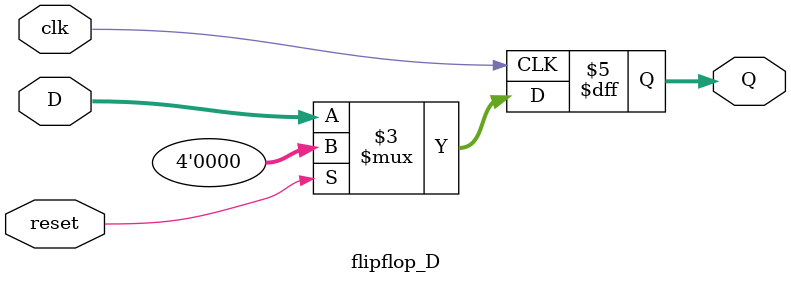
<source format=v>
module flipflop_D(
input reset,
input clk,
input [3:0]D,
output reg [3:0]Q
);

always@(posedge clk) begin
	if (reset) 
		Q = 4'b0000;
	else 
		Q = D;
end

endmodule
</source>
